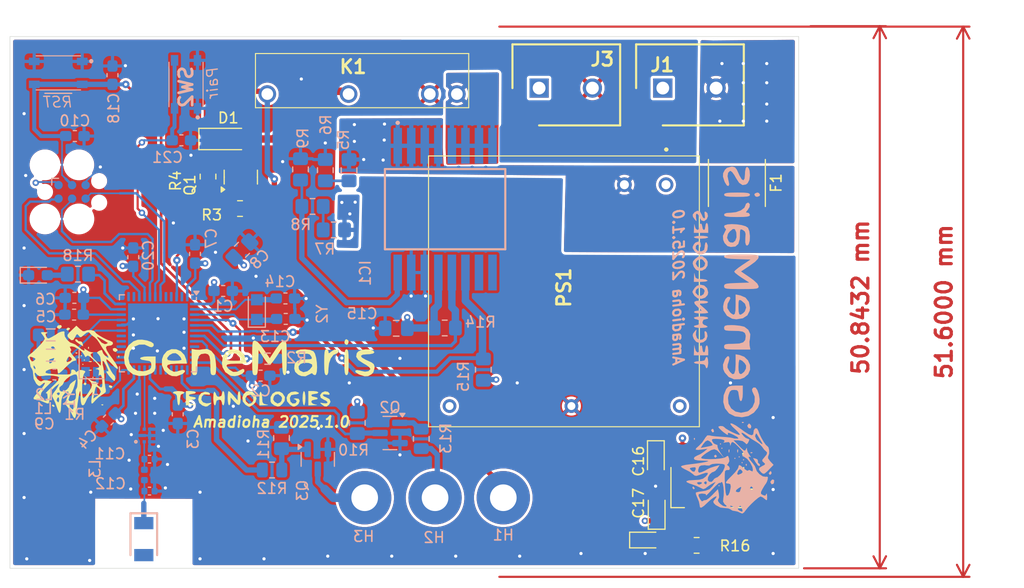
<source format=kicad_pcb>
(kicad_pcb (version 20241229) (generator "pcbnew") (generator_version "9.0")
  (title_block (title "Amadioha") (date "2025-12-11") (rev "2025.1.0") (company "GeneMaris Technologies") (comment 1 "Wall embedded Smart Switch") (comment 2 "Zigbee Node"))
  (layers (0 "F.Cu" signal) (4 "In1.Cu" signal) (6 "In2.Cu" signal) (2 "B.Cu" signal) (13 "F.Paste" user) (15 "B.Paste" user) (5 "F.SilkS" user "F.Silkscreen") (7 "B.SilkS" user "B.Silkscreen") (1 "F.Mask" user) (3 "B.Mask" user) (25 "Edge.Cuts" user))
  (net 0 "")
  (net 1 "GND")
  (net 2 "/RF")
  (net 3 "/RF_LP")
  (net 5 "/RF_ANT")
  (net 6 "+3V3")
  (net 7 "/SMPSFB")
  (net 8 "/~{RST}")
  (net 9 "Net-(U1-PC15)")
  (net 10 "Net-(U1-PC14)")
  (net 11 "+5V")
  (net 12 "/K1_C")
  (net 13 "/IC1_IP+")
  (net 14 "/AC_L")
  (net 15 "Net-(H2-Pad1)")
  (net 16 "Net-(Q3-D)")
  (net 17 "/IC1_IP-")
  (net 19 "Net-(IC1-VINP)")
  (net 20 "/IC1_SCL")
  (net 21 "/IC1_SDA")
  (net 23 "/AC_N")
  (net 24 "/SWO")
  (net 25 "/SWCLK")
  (net 26 "/SWDIO")
  (net 27 "/K1_C2")
  (net 28 "/SMPSLX")
  (net 29 "/SMPSLX2")
  (net 31 "Net-(Q1-G)")
  (net 32 "/SWITCH_PB")
  (net 33 "Net-(Q2-G)")
  (net 34 "Net-(Q3-G)")
  (net 35 "/HSE_OUT")
  (net 36 "Net-(R1-Pad1)")
  (net 37 "Net-(U1-PH3)")
  (net 38 "/LOAD_EN")
  (net 39 "Net-(R5-Pad2)")
  (net 40 "Net-(R7-Pad2)")
  (net 41 "/SWITCH_LED")
  (net 47 "/Pair")
  (net 55 "/HSE_IN")
  (net 62 "Net-(D3-A)")
  (net 64 "Net-(D2-A)")
  (net 65 "Net-(U1-PA10)")
  (footprint "Lion:Lion" (layer "F.Cu") (at 96.819495 93.78422)
    (property "Reference" "G***" (hide yes))
    (property "Value" "LOGO" (hide yes))
  )
  (footprint "Resistor_SMD:R_0805_2012Metric_Pad1.20x1.40mm_HandSolder" (layer "F.Cu") (at 141.825 106.9875 180)
    (property "Reference" "R16")
    (property "Value" "220")
  )
  (footprint "ECE05US05:ECE05US05" (layer "F.Cu") (at 138.95 73.1625 -90)
    (property "Reference" "PS1")
    (property "Value" "ECE05US05" (hide yes))
  )
  (footprint "691137710002:SHDR2W70P0X500_1X2_1000X750X1160P" (layer "F.Cu") (at 127.05 64.1)
    (property "Reference" "J3")
    (property "Value" "691137710002" (hide yes))
  )
  (footprint "LED_SMD:LED_0603_1608Metric_Pad1.05x0.95mm_HandSolder" (layer "F.Cu") (at 137.2 106.4875)
    (property "Reference" "D2" (hide yes))
    (property "Value" "Green LED")
  )
  (footprint "G6DN-1A-SL_DC5:G6DN1ASLDC5" (layer "F.Cu") (at 119.34 64.66 180)
    (property "Reference" "K1")
    (property "Value" "G6DN-1A-SL_DC5" (hide yes))
  )
  (footprint "Diode_SMD:D_SOD-123" (layer "F.Cu") (at 97.5 68.875)
    (property "Reference" "D1")
    (property "Value" "D_Schottky")
  )
  (footprint "Fuse:Fuse_2920_7451Metric" (layer "F.Cu") (at 145.6 73 -90)
    (property "Reference" "F1")
    (property "Value" "Fuse")
  )
  (footprint "Package_TO_SOT_SMD:SOT-23" (layer "F.Cu") (at 99.075 72.45 90)
    (property "Reference" "Q1")
    (property "Value" "BSS138")
  )
  (footprint "Package_TO_SOT_SMD:SOT-223-3_TabPin2" (layer "F.Cu") (at 142.825 101.5375 -90)
    (property "Reference" "U2")
    (property "Value" "NCP1117-3.3_SOT223")
  )
  (footprint "Resistor_SMD:R_0805_2012Metric_Pad1.20x1.40mm_HandSolder" (layer "F.Cu") (at 96 72.4 -90)
    (property "Reference" "R4")
    (property "Value" "10k")
  )
  (footprint "Resistor_SMD:R_0805_2012Metric" (layer "F.Cu") (at 99 75.4 180)
    (property "Reference" "R3")
    (property "Value" "1k")
  )
  (footprint "Capacitor_Tantalum_SMD:CP_EIA-2012-12_Kemet-R" (layer "F.Cu") (at 138 98.8875 -90)
    (property "Reference" "C16")
    (property "Value" "10u")
  )
  (footprint "691137710002:SHDR2W70P0X500_1X2_1000X750X1160P" (layer "F.Cu") (at 138.65 64.1)
    (property "Reference" "J1")
    (property "Value" "691137710002" (hide yes))
  )
  (footprint "Capacitor_Tantalum_SMD:CP_EIA-2012-12_Kemet-R" (layer "F.Cu") (at 138.075 103.7625 90)
    (property "Reference" "C17")
    (property "Value" "10u")
  )
  (footprint "Capacitor_SMD:C_0603_1608Metric_Pad1.08x0.95mm_HandSolder" (layer "B.Cu") (at 100.9325 91.07)
    (property "Reference" "C2")
    (property "Value" "0u1")
  )
  (footprint "Capacitor_SMD:C_0603_1608Metric_Pad1.08x0.95mm_HandSolder" (layer "B.Cu") (at 87.04 62.89 -90)
    (property "Reference" "C18")
    (property "Value" "0u1")
    (property "VALUE" "" (hide yes))
  )
  (footprint "PS815_SJK:PTS815SJK250SMTRLFS" (layer "B.Cu") (at 81.95 62.675 180)
    (property "Reference" "SW1" (hide yes))
    (property "Value" "PTS815" (hide yes))
  )
  (footprint "ACS37800KMACTR-030B3-I2C:ACS37002LMCA050U5" (layer "B.Cu") (at 118.235 75.457 -90)
    (property "Reference" "IC1")
    (property "Value" "ACS37800KMACTR-030B3-I2C" (hide yes))
  )
  (footprint "Capacitor_SMD:C_0603_1608Metric_Pad1.08x0.95mm_HandSolder" (layer "B.Cu") (at 83.44 85.35 180)
    (property "Reference" "C5")
    (property "Value" "0u1")
  )
  (footprint "Capacitor_SMD:C_0603_1608Metric_Pad1.08x0.95mm_HandSolder" (layer "B.Cu") (at 97.4225 83.13)
    (property "Reference" "C1")
    (property "Value" "0u1")
  )
  (footprint "Capacitor_SMD:C_0402_1005Metric" (layer "B.Cu") (at 90.51 98.9)
    (property "Reference" "C11")
    (property "Value" "1p2")
  )
  (footprint "Capacitor_SMD:C_0603_1608Metric_Pad1.08x0.95mm_HandSolder" (layer "B.Cu") (at 83.5125 68.6 180)
    (property "Reference" "C10")
    (property "Value" "0u1")
    (property "VALUE" "" (hide yes))
  )
  (footprint "Package_DFN_QFN:QFN-48-1EP_7x7mm_P0.5mm_EP5.6x5.6mm" (layer "B.Cu") (at 91.3 87.1 180)
    (property "Reference" "U1" (hide yes))
    (property "Value" "STM32WB55CGU6")
  )
  (footprint "Resistor_SMD:R_0603_1608Metric_Pad0.98x0.95mm_HandSolder" (layer "B.Cu") (at 85.4 92.31)
    (property "Reference" "R1")
    (property "Value" "0")
  )
  (footprint "Resistor_SMD:R_0805_2012Metric_Pad1.20x1.40mm_HandSolder" (layer "B.Cu") (at 107.8 77.4 180)
    (property "Reference" "R7")
    (property "Value" "1M")
  )
  (footprint "Capacitor_SMD:C_0805_2012Metric_Pad1.18x1.45mm_HandSolder" (layer "B.Cu") (at 99.1825 79.27 45)
    (property "Reference" "C8")
    (property "Value" "4u7")
  )
  (footprint "Capacitor_SMD:C_0402_1005Metric" (layer "B.Cu") (at 90.51 101.9)
    (property "Reference" "C12")
    (property "Value" "1p2")
  )
  (footprint "Connector:Tag-Connect_TC2030-IDC-FP_2x03_P1.27mm_Vertical" (layer "B.Cu") (at 83.25 73.835)
    (property "Reference" "J2" (hide yes))
    (property "Value" "SW_Debug")
    (property "VALUE" "" (hide yes))
  )
  (footprint "Resistor_SMD:R_0805_2012Metric_Pad1.20x1.40mm_HandSolder" (layer "B.Cu") (at 109.225 71.8 -90)
    (property "Reference" "R5")
    (property "Value" "1M")
  )
  (footprint "Resistor_SMD:R_0805_2012Metric_Pad1.20x1.40mm_HandSolder" (layer "B.Cu") (at 105.8 75.2 180)
    (property "Reference" "R8")
    (property "Value" "1M")
  )
  (footprint "Resistor_SMD:R_0805_2012Metric_Pad1.20x1.40mm_HandSolder" (layer "B.Cu") (at 121.82 90.51 -90)
    (property "Reference" "R15")
    (property "Value" "10k")
  )
  (footprint "Capacitor_SMD:C_0603_1608Metric_Pad1.08x0.95mm_HandSolder" (layer "B.Cu") (at 94.78 79.6575 90)
    (property "Reference" "C7")
    (property "Value" "0u1")
  )
  (footprint "PS815_SJK:PTS815SJK250SMTRLFS" (layer "B.Cu") (at 93.935 63.75 90)
    (property "Reference" "SW2")
    (property "Value" "PTS815" (hide yes))
  )
  (footprint "Resistor_SMD:R_0805_2012Metric_Pad1.20x1.40mm_HandSolder" (layer "B.Cu") (at 110 95.5 90)
    (property "Reference" "R10")
    (property "Value" "10k")
  )
  (footprint "LED_SMD:LED_0603_1608Metric_Pad1.05x0.95mm_HandSolder" (layer "B.Cu") (at 80.05 81.65)
    (property "Reference" "D3" (hide yes))
    (property "Value" "Blue LED")
  )
  (footprint "Resistor_SMD:R_0805_2012Metric" (layer "B.Cu") (at 116 97 90)
    (property "Reference" "R13")
    (property "Value" "1k")
  )
  (footprint "Resistor_SMD:R_0805_2012Metric_Pad1.20x1.40mm_HandSolder" (layer "B.Cu") (at 104.675 71.725 -90)
    (property "Reference" "R9")
    (property "Value" "100m")
  )
  (footprint "Capacitor_SMD:C_0603_1608Metric_Pad1.08x0.95mm_HandSolder" (layer "B.Cu") (at 93.5 69 180)
    (property "Reference" "C21")
    (property "Value" "0u1")
    (property "VALUE" "" (hide yes))
  )
  (footprint "Capacitor_SMD:C_0603_1608Metric_Pad1.08x0.95mm_HandSolder" (layer "B.Cu") (at 83.465 83.775 180)
    (property "Reference" "C6")
    (property "Value" "0u1")
  )
  (footprint "Inductor_SMD:L_0805_2012Metric_Pad1.05x1.20mm_HandSolder" (layer "B.Cu") (at 81.25 87.25)
    (property "Reference" "L1")
    (property "Value" "10n")
  )
  (footprint "Capacitor_SMD:C_0603_1608Metric" (layer "B.Cu") (at 81.5875 90.955 180)
    (property "Reference" "C9")
    (property "Value" "4u7")
  )
  (footprint "Inductor_SMD:L_0805_2012Metric_Pad1.05x1.20mm_HandSolder" (layer "B.Cu") (at 81.25 89.15 180)
    (property "Reference" "L2")
    (property "Value" "10u")
  )
  (footprint "MLPF-WB55-01E3:MLPF-WB55-01E3_STM" (layer "B.Cu") (at 90.27 96.683001)
    (property "Reference" "AE1" (hide yes))
    (property "Value" "MLPF-WB55-01E3")
  )
  (footprint "Resistor_SMD:R_0805_2012Metric_Pad1.20x1.40mm_HandSolder" (layer "B.Cu") (at 83.8 81.55)
    (property "Reference" "R18")
    (property "Value" "220")
  )
  (footprint "Capacitor_SMD:C_0603_1608Metric_Pad1.08x0.95mm_HandSolder" (layer "B.Cu") (at 103.29 85.75)
    (property "Reference" "C13")
    (property "Value" "10p")
  )
  (footprint "Capacitor_SMD:C_0603_1608Metric_Pad1.08x0.95mm_HandSolder" (layer "B.Cu") (at 86.65 95.22 -135)
    (property "Reference" "C4")
    (property "Value" "0u1")
  )
  (footprint "MountingHole:MountingHole_2.5mm_Pad" (layer "B.Cu") (at 117.2925 102.52 180)
    (property "Reference" "H2")
    (property "Value" "MountingHole_Pad")
  )
  (footprint "Resistor_SMD:R_0805_2012Metric_Pad1.20x1.40mm_HandSolder" (layer "B.Cu") (at 118.2 86.6 180)
    (property "Reference" "R14")
    (property "Value" "10k")
  )
  (footprint "Crystal:Crystal_SMD_2016-4Pin_2.0x1.6mm" (layer "B.Cu") (at 85.0625 90.01 90)
    (property "Reference" "Y1")
    (property "Value" "32MHz")
  )
  (footprint "Inductor_SMD:L_0402_1005Metric" (layer "B.Cu") (at 90.03 100.385 90)
    (property "Reference" "L3")
    (property "Value" "3n6")
  )
  (footprint "Package_TO_SOT_SMD:SOT-23" (layer "B.Cu") (at 106.2925 98.92 -90)
    (property "Reference" "Q3")
    (property "Value" "BSS138")
  )
  (footprint "Crystal:Crystal_SMD_2012-2Pin_2.0x1.2mm_HandSoldering" (layer "B.Cu") (at 100.5775 84.875 90)
    (property "Reference" "Y2")
    (property "Value" "32K768")
  )
  (footprint "Resistor_SMD:R_0805_2012Metric_Pad1.20x1.40mm_HandSolder" (layer "B.Cu") (at 107 71.8 90)
    (property "Reference" "R6")
    (property "Value" "1M")
  )
  (footprint "Resistor_SMD:R_0603_1608Metric_Pad0.98x0.95mm_HandSolder" (layer "B.Cu") (at 101.58 89.48)
    (property "Reference" "R2")
    (property "Value" "10k")
    (property "VALUE" "" (hide yes))
  )
  (footprint "Resistor_SMD:R_0805_2012Metric_Pad1.20x1.40mm_HandSolder" (layer "B.Cu") (at 102.8925 96.92 -90)
    (property "Reference" "R11")
    (property "Value" "10k")
  )
  (footprint "MountingHole:MountingHole_2.5mm_Pad" (layer "B.Cu") (at 110.6925 102.52 180)
    (property "Reference" "H3")
    (property "Value" "MountingHole_Pad")
  )
  (footprint "Capacitor_SMD:C_0805_2012Metric_Pad1.18x1.45mm_HandSolder" (layer "B.Cu") (at 113.65 86.63 180)
    (property "Reference" "C15")
    (property "Value" "0u1")
  )
  (footprint "Resistor_SMD:R_0805_2012Metric" (layer "B.Cu") (at 102.005 99.92 180)
    (property "Reference" "R12")
    (property "Value" "1k")
  )
  (footprint "MountingHole:MountingHole_2.5mm_Pad" (layer "B.Cu") (at 123.6925 102.52)
    (property "Reference" "H1")
    (property "Value" "MountingHole_Pad")
  )
  (footprint "Capacitor_SMD:C_0603_1608Metric_Pad1.08x0.95mm_HandSolder" (layer "B.Cu") (at 88.99 79.9575 90)
    (property "Reference" "C20")
    (property "Value" "0u1")
  )
  (footprint "Capacitor_SMD:C_0603_1608Metric_Pad1.08x0.95mm_HandSolder" (layer "B.Cu") (at 103.26 83.83)
    (property "Reference" "C14")
    (property "Value" "10p")
  )
  (footprint "Lion:Lion" (layer "B.Cu") (at 141.640781 86.268005 90)
    (property "Reference" "G***" (hide yes))
    (property "Value" "LOGO" (hide yes))
  )
  (footprint "AMCA31-2R450G-S1F-T3:ANTC3216X140N" (layer "B.Cu") (at 89.9775 106.401002 -90)
    (property "Reference" "AE2" (hide yes))
    (property "Value" "AMCA31-2R450G-S1F-T3" (hide yes))
  )
  (footprint "Package_TO_SOT_SMD:SOT-23" (layer "B.Cu") (at 113.0625 96.45 180)
    (property "Reference" "Q2")
    (property "Value" "BSS138")
  )
  (footprint "Capacitor_SMD:C_0603_1608Metric_Pad1.08x0.95mm_HandSolder" (layer "B.Cu") (at 93.16 94.6925 -90)
    (property "Reference" "C3")
    (property "Value" "0u1")
  )
  (gr_rect (start 77.425 59.2625) (end 151.4 109.1375) (stroke (width 0.05)) (fill no) (layer "Edge.Cuts"))
  (gr_text "${TITLE} ${REVISION}" (at 94.5 96 0) (layer "F.SilkS") (effects (font (size 1 1) (thickness 0.2) (bold yes) (italic yes)) (justify left bottom)))
  (gr_text "Pair" (at 97 62 90) (layer "B.SilkS") (effects (font (size 1 1) (thickness 0.125) (italic yes)) (justify left bottom mirror)))
  (gr_text "${TITLE} ${REVISION}" (at 139.5 90.25 270) (layer "B.SilkS") (effects (font (size 1 1) (thickness 0.2) (bold yes) (italic yes)) (justify left bottom mirror)))
  (gr_text "~{RST}" (at 83.4 66 0) (layer "B.SilkS") (effects (font (size 1 1) (thickness 0.125) (italic yes)) (justify left bottom mirror)))
  (dimension (type orthogonal) (layer "F.Cu") (pts (xy 151.4 109.1375) (xy 152 58.294312)) (height 7.6) (orientation 1) (format (prefix "") (suffix "") (units 3) (units_format 1) (precision 4)) (style (thickness 0.2) (arrow_length 1.27) (text_position_mode 0) (arrow_direction outward) (extension_height 0.58642) (extension_offset 0.5) (keep_text_aligned yes)) (gr_text "50.8432 mm" (at 157.2 83.715906 90) (layer "F.Cu") (effects (font (size 1.5 1.5) (thickness 0.3)))))
  (dimension (type orthogonal) (layer "F.Cu") (pts (xy 122.825 109.9375) (xy 122.825 58.3375)) (height 44) (orientation 1) (format (prefix "") (suffix "") (units 3) (units_format 1) (precision 4)) (style (thickness 0.2) (arrow_length 1.27) (text_position_mode 0) (arrow_direction outward) (extension_height 0.58642) (extension_offset 0.5) (keep_text_aligned yes)) (gr_text "51.6000 mm" (at 165.025 84.1375 90) (layer "F.Cu") (effects (font (size 1.5 1.5) (thickness 0.3)))))
  (via (at 149 107.75) (size 0.7) (drill 0.3) (layers "F.Cu" "B.Cu") (net 1))
  (via (at 111.5 86.6) (size 0.7) (drill 0.3) (layers "F.Cu" "B.Cu") (net 1))
  (via (at 104.75 63.25) (size 0.7) (drill 0.3) (layers "F.Cu" "B.Cu") (net 1))
  (via (at 88.8 96.6) (size 0.7) (drill 0.3) (layers "F.Cu" "B.Cu") (net 1))
  (via (at 89 85.75) (size 0.7) (drill 0.3) (layers "F.Cu" "B.Cu") (net 1))
  (via (at 114 98.5) (size 0.7) (drill 0.3) (layers "F.Cu" "B.Cu") (net 1))
  (via (at 145 91.75) (size 0.7) (drill 0.3) (layers "F.Cu" "B.Cu") (net 1))
  (via (at 130.97902 107.75) (size 0.7) (drill 0.3) (layers "F.Cu" "B.Cu") (net 1))
  (via (at 91.31 85.73) (size 0.7) (drill 0.3) (layers "F.Cu" "B.Cu") (net 1))
  (via (at 93.75 87) (size 0.7) (drill 0.3) (layers "F.Cu" "B.Cu") (net 1))
  (via (at 114 89.45) (size 0.7) (drill 0.3) (layers "F.Cu" "B.Cu") (net 1))
  (via (at 92 101.6) (size 0.7) (drill 0.3) (layers "F.Cu" "B.Cu") (net 1))
  (via (at 92.75 76.75) (size 0.7) (drill 0.3) (layers "F.Cu" "B.Cu") (net 1))
  (via (at 85 102) (size 0.7) (drill 0.3) (layers "F.Cu" "B.Cu") (net 1))
  (via (at 103.5 90.75) (size 0.7) (drill 0.3) (layers "F.Cu" "B.Cu") (net 1))
  (via (at 119.22902 108) (size 0.7) (drill 0.3) (layers "F.Cu" "B.Cu") (net 1))
  (via (at 89 87.25) (size 0.7) (drill 0.3) (layers "F.Cu" "B.Cu") (net 1))
  (via (at 93.75 88.5) (size 0.7) (drill 0.3) (layers "F.Cu" "B.Cu") (net 1))
  (via (at 105.2 83.84) (size 0.7) (drill 0.3) (layers "F.Cu" "B.Cu") (net 1))
  (via (at 99.75 97.2) (size 0.7) (drill 0.3) (layers "F.Cu" "B.Cu") (net 1))
  (via (at 103 71) (size 0.7) (drill 0.3) (layers "F.Cu" "B.Cu") (net 1))
  (via (at 109.25 91.75) (size 0.7) (drill 0.3) (layers "F.Cu" "B.Cu") (net 1))
  (via (at 91.25 88.75) (size 0.7) (drill 0.3) (layers "F.Cu" "B.Cu") (net 1))
  (via (at 137.975 101.4375) (size 0.7) (drill 0.3) (layers "F.Cu" "B.Cu") (net 1))
  (via (at 89 88.5) (size 0.7) (drill 0.3) (layers "F.Cu" "B.Cu") (net 1))
  (via (at 115.05 83.6) (size 0.7) (drill 0.3) (layers "F.Cu" "B.Cu") (net 1))
  (via (at 78.9 72.3) (size 0.7) (drill 0.3) (layers "F.Cu" "B.Cu") (net 1))
  (via (at 125.22902 108) (size 0.7) (drill 0.3) (layers "F.Cu" "B.Cu") (net 1))
  (via (at 137 107.75) (size 0.7) (drill 0.3) (layers "F.Cu" "B.Cu") (net 1))
  (via (at 98.37 93.94) (size 0.7) (drill 0.3) (layers "F.Cu" "B.Cu") (net 1))
  (via (at 91 94.6) (size 0.7) (drill 0.3) (layers "F.Cu" "B.Cu") (net 1))
  (via (at 91.35 97.7) (size 0.7) (drill 0.3) (layers "F.Cu" "B.Cu") (net 1))
  (via (at 100.25 87.55) (size 0.7) (drill 0.3) (layers "F.Cu" "B.Cu") (net 1))
  (via (at 106.35 96.01) (size 0.7) (drill 0.3) (layers "F.Cu" "B.Cu") (net 1))
  (via (at 113.22902 108) (size 0.7) (drill 0.3) (layers "F.Cu" "B.Cu") (net 1))
  (via (at 94.4 70.4) (size 0.7) (drill 0.3) (layers "F.Cu" "B.Cu") (net 1))
  (via (at 95.25 108.25) (size 0.7) (drill 0.3) (layers "F.Cu" "B.Cu") (net 1))
  (via (at 149 101.75) (size 0.7) (drill 0.3) (layers "F.Cu" "B.Cu") (net 1))
  (via (at 105.29 85.86) (size 0.7) (drill 0.3) (layers "F.Cu" "B.Cu") (net 1))
  (via (at 78.75 96.5) (size 0.7) (drill 0.3) (layers "F.Cu" "B.Cu") (net 1))
  (via (at 149 95) (size 0.7) (drill 0.3) (layers "F.Cu" "B.Cu") (net 1))
  (via (at 116.4 83.6) (size 0.7) (drill 0.3) (layers "F.Cu" "B.Cu") (net 1))
  (via (at 78.75 79.1) (size 0.7) (drill 0.3) (layers "F.Cu" "B.Cu") (net 1))
  (via (at 92.2 99.4) (size 0.7) (drill 0.3) (layers "F.Cu" "B.Cu") (net 1))
  (via (at 101.25 108.25) (size 0.7) (drill 0.3) (layers "F.Cu" "B.Cu") (net 1))
  (via (at 84.9 108.4) (size 0.7) (drill 0.3) (layers "F.Cu" "B.Cu") (net 1))
  (via (at 93.75 85.75) (size 0.7) (drill 0.3) (layers "F.Cu" "B.Cu") (net 1))
  (via (at 91 93.2) (size 0.7) (drill 0.3) (layers "F.Cu" "B.Cu") (net 1))
  (via (at 125 91.75) (size 0.7) (drill 0.3) (layers "F.Cu" "B.Cu") (net 1))
  (via (at 78.75 84.5) (size 0.7) (drill 0.3) (layers "F.Cu" "B.Cu") (net 1))
  (via (at 107.22902 108) (size 0.7) (drill 0.3) (layers "F.Cu" "B.Cu") (net 1))
  (via (at 96.7 79.5) (size 0.7) (drill 0.3) (layers "F.Cu" "B.Cu") (net 1))
  (via (at 78.75 90.5) (size 0.7) (drill 0.3) (layers "F.Cu" "B.Cu") (net 1))
  (via (at 85.9 71.5) (size 0.7) (drill 0.3) (layers "F.Cu" "B.Cu") (net 1))
  (via (at 78.75 66.5) (size 0.7) (drill 0.3) (layers "F.Cu" "B.Cu") (net 1))
  (via (at 88.75 101.7) (size 0.7) (drill 0.3) (layers "F.Cu" "B.Cu") (net 1))
  (via (at 78.75 102.5) (size 0.7) (drill 0.3) (layers "F.Cu" "B.Cu") (net 1))
  (via (at 95.25 102) (size 0.7) (drill 0.3) (layers "F.Cu" "B.Cu") (net 1))
  (via (at 79 108.25) (size 0.7) (drill 0.3) (layers "F.Cu" "B.Cu") (net 1))
  (via (at 88.25 62) (size 0.7) (drill 0.3) (layers "F.Cu" "B.Cu") (net 1))
  (via (at 88 79.1) (size 0.7) (drill 0.3) (layers "F.Cu" "B.Cu") (net 1))
  (via (at 107 69.25) (size 0.7) (drill 0.3) (layers "F.Cu" "B.Cu") (net 1))
  (via (at 100.5 81.75) (size 0.7) (drill 0.3) (layers "F.Cu" "B.Cu") (net 1))
  (via (at 91.8 96.2) (size 0.7) (drill 0.3) (layers "F.Cu" "B.Cu") (net 1))
  (via (at 89.36 92.8) (size 0.7) (drill 0.3) (layers "F.Cu" "B.Cu") (net 1))
  (via (at 89.2 94.6) (size 0.7) (drill 0.3) (layers "F.Cu" "B.Cu") (net 1))
  (via (at 88.6 99) (size 0.7) (drill 0.3) (layers "F.Cu" "B.Cu") (net 1))
  (segment (start 89.36 91.646597) (end 89.55 91.456597) (width 0.22) (layer "B.Cu") (net 1))
  (segment (start 91.35 97.7) (end 91.3 97.75) (width 0.22) (layer "B.Cu") (net 1))
  (segment (start 88.611 85.75) (end 88.611 86.06894) (width 0.22) (layer "B.Cu") (net 1))
  (segment (start 91.3 97.75) (end 90.65 97.75) (width 0.22) (layer "B.Cu") (net 1))
  (segment (start 90.52 97.62) (end 90.52 97.27) (width 0.22) (layer "B.Cu") (net 1))
  (segment (start 87.9265 86.286) (end 87.8625 86.35) (width 0.22) (layer "B.Cu") (net 1))
  (segment (start 90.52 96.683001) (end 90.52 96.096002) (width 0.22) (layer "B.Cu") (net 1))
  (segment (start 84.52 73.2) (end 84.52 72.88) (width 0.17) (layer "B.Cu") (net 1))
  (segment (start 84.52 72.88) (end 85.9 71.5) (width 0.17) (layer "B.Cu") (net 1))
  (segment (start 88.39394 86.286) (end 87.9265 86.286) (width 0.22) (layer "B.Cu") (net 1))
  (segment (start 89.36 92.8) (end 89.36 91.646597) (width 0.22) (layer "B.Cu") (net 1))
  (segment (start 90.65 97.75) (end 90.52 97.62) (width 0.22) (layer "B.Cu") (net 1))
  (segment (start 90.52 96.683001) (end 90.02 96.683001) (width 0.22) (layer "B.Cu") (net 1))
  (segment (start 89.55 91.456597) (end 89.55 90.5375) (width 0.22) (layer "B.Cu") (net 1))
  (segment (start 88.611 86.06894) (end 88.39394 86.286) (width 0.22) (layer "B.Cu") (net 1))
  (segment (start 90.52 96.683001) (end 90.52 97.27) (width 0.22) (layer "B.Cu") (net 1))
  (segment (start 89 85.75) (end 88.611 85.75) (width 0.22) (layer "B.Cu") (net 1))
  (segment (start 90.05 90.5375) (end 90.05 96.066002) (width 0.156) (layer "B.Cu") (net 2))
  (segment (start 90.05 96.066002) (end 90.02 96.096002) (width 0.186) (layer "B.Cu") (net 2))
  (segment (start 90.02 97.27) (end 90.02 98.89) (width 0.1565) (layer "B.Cu") (net 3))
  (segment (start 90.03 98.9) (end 90.03 99.9) (width 0.1565) (layer "B.Cu") (net 3))
  (segment (start 90.02 98.89) (end 90.03 98.9) (width 0.186) (layer "B.Cu") (net 3))
  (segment (start 89.9775 104.901002) (end 89.9775 103.0425) (width 0.5) (layer "B.Cu") (net 5))
  (segment (start 90.03 100.87) (end 90.03 101.9) (width 0.1565) (layer "B.Cu") (net 5))
  (segment (start 90.03 102.99) (end 90.03 101.9) (width 0.1565) (layer "B.Cu") (net 5))
  (segment (start 136.975 104.6875) (end 142.825 104.6875) (width 0.5) (layer "F.Cu") (net 6))
  (segment (start 142.825 98.3875) (end 142.825 104.6875) (width 0.5) (layer "F.Cu") (net 6))
  (segment (start 142.825 104.6875) (end 142.825 106.9875) (width 0.5) (layer "F.Cu") (net 6))
  (via (at 136.975 104.6875) (size 0.6) (drill 0.3) (layers "F.Cu" "B.Cu") (net 6))
  (via (at 96.57 82.31) (size 0.6) (drill 0.3) (layers "F.Cu" "B.Cu") (net 6))
  (via (at 87.86 95.14) (size 0.6) (drill 0.3) (layers "F.Cu" "B.Cu") (net 6))
  (via (at 95.73 80.54) (size 0.6) (drill 0.3) (layers "F.Cu" "B.Cu") (net 6))
  (via (at 99.36 80.72) (size 0.6) (drill 0.3) (layers "F.Cu" "B.Cu") (net 6))
  (via (at 123.02 91.44) (size 0.6) (drill 0.3) (layers "F.Cu" "B.Cu") (net 6))
  (via (at 84.31 83) (size 0.6) (drill 0.3) (layers "F.Cu" "B.Cu") (net 6))
  (via (at 114.6875 85.6) (size 0.6) (drill 0.3) (layers "F.Cu" "B.Cu") (net 6))
  (via (at 94.31 93.86) (size 0.6) (drill 0.3) (layers "F.Cu" "B.Cu") (net 6))
  (via (at 100.12 92) (size 0.6) (drill 0.3) (layers "F.Cu" "B.Cu") (net 6))
  (via (at 110 93.5) (size 0.6) (drill 0.3) (layers "F.Cu" "B.Cu") (net 6))
  (via (at 79.84 72.98) (size 0.6) (drill 0.3) (layers "F.Cu" "B.Cu") (net 6))
  (via (at 88 80.79) (size 0.6) (drill 0.3) (layers "F.Cu" "B.Cu") (net 6))
  (segment (start 86.9 84.85) (end 85.825 83.775) (width 0.22) (layer "B.Cu") (net 6))
  (segment (start 79.91 72.91) (end 81.69 72.91) (width 0.17) (layer "B.Cu") (net 6))
  (segment (start 95.89 88.52) (end 97.7 90.33) (width 0.22) (layer "B.Cu") (net 6))
  (segment (start 117.2 86.6) (end 114.8 86.6) (width 0.7) (layer "B.Cu") (net 6))
  (segment (start 84.3275 85.325) (end 84.3025 85.35) (width 0.5) (layer "B.Cu") (net 6))
  (segment (start 87.8625 85.35) (end 84.3025 85.35) (width 0.22) (layer "B.Cu") (net 6))
  (segment (start 98.643623 80.003623) (end 98.448877 80.003623) (width 0.5) (layer "B.Cu") (net 6))
  (segment (start 88.06 92.329) (end 89.049 91.34) (width 0.25) (layer "B.Cu") (net 6))
  (segment (start 110 93.5) (end 110 94.5) (width 0.5) (layer "B.Cu") (net 6))
  (segment (start 87.86 95.14) (end 87.33012 94.61012) (width 0.5) (layer "B.Cu") (net 6))
  (segment (start 91.5 92.32) (end 90.55 91.37) (width 0.25) (layer "B.Cu") (net 6))
  (segment (start 89.05 91.34) (end 89.05 90.5375) (width 0.25) (layer "B.Cu") (net 6))
  (segment (start 96.31 84.35) (end 96.56 84.1) (width 0.25) (layer "B.Cu") (net 6))
  (segment (start 87.8625 84.85) (end 86.9 84.85) (width 0.22) (layer "B.Cu") (net 6))
  (segment (start 88.99 81.74) (end 88.99 80.82) (width 0.22) (layer "B.Cu") (net 6))
  (segment (start 87.32988 94.61012) (end 88.06 93.88) (width 0.25) (layer "B.Cu") (net 6))
  (segment (start 121.89 91.44) (end 121.82 91.51) (width 0.5) (layer "B.Cu") (net 6))
  (segment (start 81.69 72.91) (end 81.98 73.2) (width 0.17) (layer "B.Cu") (net 6))
  (segment (start 94.28 93.83) (end 93.16 93.83) (width 0.5) (layer "B.Cu") (net 6))
  (segment (start 94.05 83.6625) (end 94.05 82.68) (width 0.22) (layer "B.Cu") (net 6))
  (segment (start 94.8 81.88) (end 94.8 80.54) (width 0.22) (layer "B.Cu") (net 6))
  (segment (start 96.56 84.1) (end 96.56 83.13) (width 0.25) (layer "B.Cu") (net 6))
  (segment (start 123.02 91.44) (end 121.89 91.44) (width 0.5) (layer "B.Cu") (net 6))
  (segment (start 84.31 83) (end 84.31 83.7575) (width 0.5) (layer "B.Cu") (net 6))
  (segment (start 79.84 72.98) (end 79.91 72.91) (width 0.17) (layer "B.Cu") (net 6))
  (segment (start 84.31 83.7575) (end 84.3275 83.775) (width 0.5) (layer "B.Cu") (net 6))
  (segment (start 87.33012 94.61012) (end 87.25988 94.61012) (width 0.25) (layer "B.Cu") (net 6))
  (segment (start 93.16 92.88) (end 93.16 93.83) (width 0.5) (layer "B.Cu") (net 6))
  (segment (start 96.57 82.31) (end 96.57 83.12) (width 0.5) (layer "B.Cu") (net 6))
  (segment (start 94.31 93.86) (end 94.28 93.83) (width 0.5) (layer "B.Cu") (net 6))
  (segment (start 88.06 93.88) (end 88.06 92.329) (width 0.25) (layer "B.Cu") (net 6))
  (segment (start 97.7 90.33) (end 98.57 90.33) (width 0.22) (layer "B.Cu") (net 6))
  (segment (start 95.45 87.85) (end 95.89 88.29) (width 0.22) (layer "B.Cu") (net 6))
  (segment (start 88 80.79) (end 88.96 80.79) (width 0.5) (layer "B.Cu") (net 6))
  (segment (start 94.7375 84.35) (end 96.31 84.35) (width 0.25) (layer "B.Cu") (net 6))
  (segment (start 100.12 92) (end 100.12 91.12) (width 0.5) (layer "B.Cu") (net 6))
  (segment (start 117.6 81.4) (end 117.6 84.45) (width 0.7) (layer "B.Cu") (net 6))
  (segment (start 87.25988 94.61012) (end 87.32988 94.61012) (width 0.25) (layer "B.Cu") (net 6))
  (segment (start 99.36 80.72) (end 98.643623 80.003623) (width 0.5) (layer "B.Cu") (net 6))
  (segment (start 92.04 92.32) (end 91.5 92.32) (width 0.25) (layer "B.Cu") (net 6))
  (segment (start 96.57 83.12) (end 96.56 83.13) (width 0.5) (layer "B.Cu") (net 6))
  (segment (start 84.3275 83.775) (end 84.3275 85.325) (width 0.5) (layer "B.Cu") (net 6))
  (segment (start 94.05 82.68) (end 94.68 82.05) (width 0.22) (layer "B.Cu") (net 6))
  (segment (start 95.73 80.54) (end 94.8 80.54) (width 0.5) (layer "B.Cu") (net 6))
  (segment (start 98.57 90.33) (end 99.31 91.07) (width 0.22) (layer "B.Cu") (net 6))
  (segment (start 99.31 91.07) (end 100.07 91.07) (width 0.22) (layer "B.Cu") (net 6))
  (segment (start 89.049 91.34) (end 89.05 91.34) (width 0.25) (layer "B.Cu") (net 6))
  (segment (start 95.89 88.29) (end 95.89 88.52) (width 0.22) (layer "B.Cu") (net 6))
  (segment (start 100.12 91.12) (end 100.07 91.07) (width 0.5) (layer "B.Cu") (net 6))
  (segment (start 92.6 92.32) (end 93.16 92.88) (width 0.5) (layer "B.Cu") (net 6))
  (segment (start 90.05 83.6625) (end 90.05 82.8) (width 0.22) (layer "B.Cu") (net 6))
  (segment (start 85.825 83.775) (end 84.3275 83.775) (width 0.22) (layer "B.Cu") (net 6))
  (segment (start 90.55 91.37) (end 90.55 90.5375) (width 0.25) (layer "B.Cu") (net 6))
  (segment (start 94.8 80.54) (end 94.78 80.52) (width 0.22) (layer "B.Cu") (net 6))
  (segment (start 94.68 82.05) (end 94.8 81.93) (width 0.22) (layer "B.Cu") (net 6))
  (segment (start 90.05 82.8) (end 88.99 81.74) (width 0.22) (layer "B.Cu") (net 6))
  (segment (start 92.04 92.32) (end 92.6 92.32) (width 0.5) (layer "B.Cu") (net 6))
  (segment (start 114.6875 85.6) (end 114.6875 86.63) (width 0.5) (layer "B.Cu") (net 6))
  (segment (start 94.7375 87.85) (end 95.45 87.85) (width 0.22) (layer "B.Cu") (net 6))
  (segment (start 88.96 80.79) (end 88.99 80.82) (width 0.5) (layer "B.Cu") (net 6))
  (segment (start 117.2 84.85) (end 117.2 86.6) (width 0.7) (layer "B.Cu") (net 6))
  (segment (start 94.8 81.93) (end 94.8 81.88) (width 0.22) (layer "B.Cu") (net 6))
  (segment (start 117.6 84.45) (end 117.2 84.85) (width 0.7) (layer "B.Cu") (net 6))
  (segment (start 82.4 89.15) (end 82.4 90.9175) (width 0.186) (layer "B.Cu") (net 7))
  (segment (start 83.15 89.15) (end 82.4 89.15) (width 0.186) (layer "B.Cu") (net 7))
  (segment (start 87.8625 86.85) (end 85.45 86.85) (width 0.186) (layer "B.Cu") (net 7))
  (segment (start 82.4 90.9175) (end 82.3625 90.955) (width 0.186) (layer "B.Cu") (net 7))
  (segment (start 85.45 86.85) (end 83.15 89.15) (width 0.186) (layer "B.Cu") (net 7))
  (segment (start 97.9 89) (end 98.15 88.75) (width 0.25) (layer "F.Cu") (net 8))
  (segment (start 97.8 89) (end 97.9 89) (width 0.25) (layer "F.Cu") (net 8))
  (segment (start 98.15 88.75) (end 98.15 87.1) (width 0.25) (layer "F.Cu") (net 8))
  (segment (start 98.15 87.1) (end 91.6 80.55) (width 0.25) (layer "F.Cu") (net 8))
  (segment (start 91.6 80.55) (end 91.6 67.07) (width 0.25) (layer "F.Cu") (net 8))
  (segment (start 91.6 67.07) (end 88.2825 63.7525) (width 0.25) (layer "F.Cu") (net 8))
  (via (at 97.8 89) (size 0.65) (drill 0.25) (layers "F.Cu" "B.Cu") (net 8))
  (via (at 88.2825 63.7525) (size 0.7) (drill 0.3) (layers "F.Cu" "B.Cu") (net 8))
  (segment (start 84.2 63.75) (end 79.7 63.75) (width 0.5) (layer "B.Cu") (net 8))
  (segment (start 79.7 67.95) (end 79.7 63.75) (width 0.373) (layer "B.Cu") (net 8))
  (segment (start 82.65 68.6) (end 80.35 68.6) (width 0.373) (layer "B.Cu") (net 8))
  (segment (start 87.04 63.7525) (end 84.2025 63.7525) (width 0.5) (layer "B.Cu") (net 8))
  (segment (start 82.65 72.6) (end 82.31 72.26) (width 0.15) (layer "B.Cu") (net 8))
  (segment (start 82.31 72.26) (end 82.31 68.94) (width 0.15) (layer "B.Cu") (net 8))
  (segment (start 82.31 68.94) (end 82.65 68.6) (width 0.15) (layer "B.Cu") (net 8))
  (segment (start 84.2025 63.7525) (end 84.2 63.75) (width 0.25) (layer "B.Cu") (net 8))
  (segment (start 79.75 68) (end 79.7 67.95) (width 0.373) (layer "B.Cu") (net 8))
  (segment (start 87.04 63.7525) (end 88.2825 63.7525) (width 0.373) (layer "B.Cu") (net 8))
  (segment (start 97.3 89) (end 95.65 87.35) (width 0.25) (layer "B.Cu") (net 8))
  (segment (start 83.25 73.2) (end 82.65 72.6) (width 0.25) (layer "B.Cu") (net 8))
  (segment (start 95.65 87.35) (end 94.7375 87.35) (width 0.25) (layer "B.Cu") (net 8))
  (segment (start 97.8 89) (end 97.3 89) (width 0.25) (layer "B.Cu") (net 8))
  (segment (start 80.35 68.6) (end 79.75 68) (width 0.373) (layer "B.Cu") (net 8))
  (segment (start 98.87 85.8) (end 98.42 85.35) (width 0.186) (layer "B.Cu") (net 9))
  (segment (start 100.6475 85.87) (end 100.5775 85.8) (width 0.186) (layer "B.Cu") (net 9))
  (segment (start 102.4275 85.87) (end 100.6475 85.87) (width 0.5) (layer "B.Cu") (net 9))
  (segment (start 100.5775 85.8) (end 98.87 85.8) (width 0.186) (layer "B.Cu") (net 9))
  (segment (start 98.42 85.35) (end 94.7375 85.35) (width 0.186) (layer "B.Cu") (net 9))
  (segment (start 98.59 84.85) (end 99.49 83.95) (width 0.186) (layer "B.Cu") (net 10))
  (segment (start 99.49 83.95) (end 100.5775 83.95) (width 0.186) (layer "B.Cu") (net 10))
  (segment (start 102.2775 83.95) (end 102.3975 83.83) (width 0.186) (layer "B.Cu") (net 10))
  (segment (start 94.7375 84.85) (end 98.59 84.85) (width 0.186) (layer "B.Cu") (net 10))
  (segment (start 100.5775 83.95) (end 102.2775 83.95) (width 0.5) (layer "B.Cu") (net 10))
  (segment (start 140.525 98.3875) (end 138.3875 98.3875) (width 0.373) (layer "F.Cu") (net 11))
  (segment (start 123.6925 101.4925) (end 106.041 83.841) (width 0.5) (layer "F.Cu") (net 11))
  (segment (start 106.041 83.841) (end 106.041 83.508214) (width 0.5) (layer "F.Cu") (net 11))
  (segment (start 106.041 83.508214) (end 105.571786 83.039) (width 0.5) (layer "F.Cu") (net 11))
  (segment (start 102.22 80.02) (end 102.22 72.63) (width 0.5) (layer "F.Cu") (net 11))
  (segment (start 140.495 98.3575) (end 140.525 98.3875) (width 0.373) (layer "F.Cu") (net 11))
  (segment (start 105.239 83.039) (end 102.22 80.02) (width 0.5) (layer "F.Cu") (net 11))
  (segment (start 95.85 66.19) (end 97.64 64.4) (width 0.5) (layer "F.Cu") (net 11))
  (segment (start 140.495 96.9375) (end 140.495 98.3575) (width 0.373) (layer "F.Cu") (net 11))
  (segment (start 105.571786 83.039) (end 105.239 83.039) (width 0.5) (layer "F.Cu") (net 11))
  (segment (start 95.85 68.875) (end 95.85 66.19) (width 0.5) (layer "F.Cu") (net 11))
  (segment (start 123.6925 102.52) (end 123.6925 101.4925) (width 0.5) (layer "F.Cu") (net 11))
  (segment (start 97.64 64.4) (end 101.56 64.4) (width 0.5) (layer "F.Cu") (net 11))
  (segment (start 138.3875 98.3875) (end 138 98) (width 0.373) (layer "F.Cu") (net 11))
  (via (at 102.22 72.63) (size 0.7) (drill 0.3) (layers "F.Cu" "B.Cu") (net 11))
  (via (at 140.495 96.9375) (size 0.7) (drill 0.3) (layers "F.Cu" "B.Cu") (net 11))
  (segment (start 101.56 71.97) (end 101.56 64.4) (width 0.5) (layer "B.Cu") (net 11))
  (segment (start 102.22 72.63) (end 101.56 71.97) (width 0.5) (layer "B.Cu") (net 11))
  (segment (start 99.15 71.4375) (end 99.15 68.875) (width 0.25) (layer "F.Cu") (net 12))
  (segment (start 102.125 68.875) (end 106.6 64.4) (width 0.7) (layer "F.Cu") (net 12))
  (segment (start 99.15 68.875) (end 102.125 68.875) (width 0.7) (layer "F.Cu") (net 12))
  (segment (start 106.6 64.4) (end 109.18 64.4) (width 0.7) (layer "F.Cu") (net 12))
  (segment (start 99.075 71.5125) (end 99.15 71.4375) (width 0.25) (layer "F.Cu") (net 12))
  (via (at 112.525 68.975) (size 0.7) (drill 0.3) (layers "F.Cu" "B.Cu") (net 13))
  (via (at 109.725 67.525) (size 0.7) (drill 0.3) (layers "F.Cu" "B.Cu") (net 13))
  (via (at 109.725 69.1) (size 0.7) (drill 0.3) (layers "F.Cu" "B.Cu") (net 13))
  (via (at 112.55 67.475) (size 0.7) (drill 0.3) (layers "F.Cu" "B.Cu") (net 13))
  (via (at 112.425 70.85) (size 0.7) (drill 0.3) (layers "F.Cu" "B.Cu") (net 13))
  (via (at 110.6 70.8) (size 0.7) (drill 0.3) (layers "F.Cu" "B.Cu") (net 13))
  (via (at 146.2 65.6) (size 0.7) (drill 0.3) (layers "F.Cu" "B.Cu") (net 14))
  (via (at 146.2 67.2) (size 0.7) (drill 0.3) (layers "F.Cu" "B.Cu") (net 14))
  (via (at 146.2 63.6) (size 0.7) (drill 0.3) (layers "F.Cu" "B.Cu") (net 14))
  (via (at 148.4 67.2) (size 0.7) (drill 0.3) (layers "F.Cu" "B.Cu") (net 14))
  (via (at 144.2 61.8) (size 0.7) (drill 0.3) (layers "F.Cu" "B.Cu") (net 14))
  (via (at 146.2 61.8) (size 0.7) (drill 0.3) (layers "F.Cu" "B.Cu") (net 14))
  (via (at 148.4 63.6) (size 0.7) (drill 0.3) (layers "F.Cu" "B.Cu") (net 14))
  (via (at 148.4 61.8) (size 0.7) (drill 0.3) (layers "F.Cu" "B.Cu") (net 14))
  (via (at 144 67.2) (size 0.7) (drill 0.3) (layers "F.Cu" "B.Cu") (net 14))
  (via (at 148.4 65.6) (size 0.7) (drill 0.3) (layers "F.Cu" "B.Cu") (net 14))
  (segment (start 117.5 98.5) (end 117.5 102.3125) (width 0.5) (layer "B.Cu") (net 15))
  (segment (start 117.5 102.3125) (end 117.2925 102.52) (width 0.5) (layer "B.Cu") (net 15))
  (segment (start 116.85 102.0775) (end 117.2925 102.52) (width 0.8) (layer "B.Cu") (net 15))
  (segment (start 116.9125 97.9125) (end 117.5 98.5) (width 0.5) (layer "B.Cu") (net 15))
  (segment (start 116 97.9125) (end 116.9125 97.9125) (width 0.5) (layer "B.Cu") (net 15))
  (segment (start 107.76 102.52) (end 110.6925 102.52) (width 0.8) (layer "B.Cu") (net 16))
  (segment (start 106.94 101.7) (end 106.93 101.7) (width 0.7) (layer "B.Cu") (net 16))
  (segment (start 106.2925 101.0625) (end 106.93 101.7) (width 0.5) (layer "B.Cu") (net 16))
  (segment (start 106.2925 99.8575) (end 106.2925 101.0625) (width 0.5) (layer "B.Cu") (net 16))
  (segment (start 107.76 102.52) (end 106.94 101.7) (width 0.8) (layer "B.Cu") (net 16))
  (segment (start 108.98 84.22) (end 104.8 80.04) (width 0.5) (layer "B.Cu") (net 19))
  (segment (start 104.8 72.85) (end 104.675 72.725) (width 0.25) (layer "B.Cu") (net 19))
  (segment (start 112.99 84.22) (end 108.98 84.22) (width 0.5) (layer "B.Cu") (net 19))
  (segment (start 104.8 75.2) (end 104.8 72.85) (width 0.25) (layer "B.Cu") (net 19))
  (segment (start 104.8 80.04) (end 104.8 75.2) (width 0.5) (layer "B.Cu") (net 19))
  (segment (start 113.75 81.44) (end 113.75 83.46) (width 0.5) (layer "B.Cu") (net 19))
  (segment (start 113.79 81.4) (end 113.75 81.44) (width 0.5) (layer "B.Cu") (net 19))
  (segment (start 113.75 83.46) (end 112.99 84.22) (width 0.5) (layer "B.Cu") (net 19))
  (segment (start 106.13 87) (end 108.55 89.42) (width 0.373) (layer "F.Cu") (net 20))
  (segment (start 103.97 87) (end 106.13 87) (width 0.373) (layer "F.Cu") (net 20))
  (via (at 103.97 87) (size 0.7) (drill 0.3) (layers "F.Cu" "B.Cu") (net 20))
  (via (at 108.55 89.42) (size 0.7) (drill 0.3) (layers "F.Cu" "B.Cu") (net 20))
  (segment (start 117.45 90.7) (end 109.83 90.7) (width 0.373) (layer "B.Cu") (net 20))
  (segment (start 100.565498 86.930702) (end 100.523796 86.889) (width 0.22) (layer "B.Cu") (net 20))
  (segment (start 120.14 84.05) (end 121.74 85.65) (width 0.7) (layer "B.Cu") (net 20))
  (segment (start 96.960702 86.930702) (end 96.38 86.35) (width 0.22) (layer "B.Cu") (net 20))
  (segment (start 120.14 81.4) (end 120.14 84.05) (width 0.7) (layer "B.Cu") (net 20))
  (segment (start 103.900702 86.930702) (end 100.565498 86.930702) (width 0.22) (layer "B.Cu") (net 20))
  (segment (start 121.74 88.05) (end 121.74 89.43) (width 0.7) (layer "B.Cu") (net 20))
  (segment (start 121.74 89.43) (end 118.72 89.43) (width 0.373) (layer "B.Cu") (net 20))
  (segment (start 121.74 89.43) (end 121.82 89.51) (width 0.373) (layer "B.Cu") (net 20))
  (segment (start 99.976204 86.889) (end 99.934502 86.930702) (width 0.22) (layer "B.Cu") (net 20))
  (segment (start 109.83 90.7) (end 108.55 89.42) (width 0.373) (layer "B.Cu") (net 20))
  (segment (start 118.72 89.43) (end 117.45 90.7) (width 0.373) (layer "B.Cu") (net 20))
  (segment (start 99.934502 86.930702) (end 96.960702 86.930702) (width 0.22) (layer "B.Cu") (net 20))
  (segment (start 96.38 86.35) (end 94.7375 86.35) (width 0.22) (layer "B.Cu") (net 20))
  (segment (start 121.74 85.65) (end 121.74 88.05) (width 0.7) (layer "B.Cu") (net 20))
  (segment (start 100.523796 86.889) (end 99.976204 86.889) (width 0.22) (layer "B.Cu") (net 20))
  (segment (start 103.97 87) (end 103.900702 86.930702) (width 0.22) (layer "B.Cu") (net 20))
  (segment (start 119.2 84.98) (end 119.2 86.6) (width 0.7) (layer "B.Cu") (net 21))
  (segment (start 118.87 81.4) (end 118.87 84.65) (width 0.7) (layer "B.Cu") (net 21))
  (segment (start 119.2 86.6) (end 119.2 87.85) (width 0.3) (layer "B.Cu") (net 21))
  (segment (start 118.8 88.25) (end 100.5 88.25) (width 0.3) (layer "B.Cu") (net 21))
  (segment (start 96.06 86.85) (end 94.7375 86.85) (width 0.22) (layer "B.Cu") (net 21))
  (segment (start 118.87 84.65) (end 119.2 84.98) (width 0.7) (layer "B.Cu") (net 21))
  (segment (start 97.46 88.25) (end 96.06 86.85) (width 0.22) (layer "B.Cu") (net 21))
  (segment (start 119.2 87.85) (end 118.8 88.25) (width 0.3) (layer "B.Cu") (net 21))
  (segment (start 100.5 88.25) (end 97.46 88.25) (width 0.22) (layer "B.Cu") (net 21))
  (via (at 109.8 74.8) (size 0.7) (drill 0.3) (layers "F.Cu" "B.Cu") (net 23))
  (via (at 108.55 74.825) (size 0.7) (drill 0.3) (layers "F.Cu" "B.Cu") (net 23))
  (via (at 109.3 75.9) (size 0.7) (drill 0.3) (layers "F.Cu" "B.Cu") (net 23))
  (segment (start 91.54 83.18506) (end 91.55 83.19506) (width 0.22) (layer "B.Cu") (net 24))
  (segment (start 91.54 82.58) (end 91.54 83.18506) (width 0.22) (layer "B.Cu") (net 24))
  (segment (start 91.891 79.556915) (end 91.891 82.229) (width 0.22) (layer "B.Cu") (net 24))
  (segment (start 91.55 83.19506) (end 91.55 83.6625) (width 0.22) (layer "B.Cu") (net 24))
  (segment (start 89.27 73.97) (end 91.89 76.59) (width 0.22) (layer "B.Cu") (net 24))
  (segment (start 85.02 73.97) (end 87.74 73.97) (width 0.15) (layer "B.Cu") (net 24))
  (segment (start 91.891 82.229) (end 91.54 82.58) (width 0.22) (layer "B.Cu") (net 24))
  (segment (start 84.52 74.47) (end 85.02 73.97) (width 0.15) (layer "B.Cu") (net 24))
  (segment (start 91.89 76.59) (end 91.89 79.555915) (width 0.22) (layer "B.Cu") (net 24))
  (segment (start 87.74 73.97) (end 89.27 73.97) (width 0.22) (layer "B.Cu") (net 24))
  (segment (start 91.89 79.555915) (end 91.891 79.556915) (width 0.22) (layer "B.Cu") (net 24))
  (segment (start 82.3 77.52) (end 83.31 78.53) (width 0.22) (layer "B.Cu") (net 25))
  (segment (start 87.66 77.79) (end 87.12 78.33) (width 0.22) (layer "B.Cu") (net 25))
  (segment (start 83.25 74.59) (end 83.25 74.47) (width 0.15) (layer "B.Cu") (net 25))
  (segment (start 90.8035 78.2535) (end 90.34 77.79) (width 0.22) (layer "B.Cu") (net 25))
  (segment (start 90.34 77.79) (end 87.66 77.79) (width 0.22) (layer "B.Cu") (net 25))
  (segment (start 90.55 83.6625) (end 90.55 82.37) (width 0.22) (layer "B.Cu") (net 25))
  (segment (start 86.92 78.53) (end 87.12 78.33) (width 0.22) (layer "B.Cu") (net 25))
  (segment (start 90.8035 80.883085) (end 90.8035 78.2535) (width 0.22) (layer "B.Cu") (net 25))
  (segment (start 90.79 80.896585) (end 90.8035 80.883085) (width 0.22) (layer "B.Cu") (net 25))
  (segment (start 82.3 75.54) (end 83.25 74.59) (width 0.15) (layer "B.Cu") (net 25))
  (segment (start 83.31 78.53) (end 86.92 78.53) (width 0.22) (layer "B.Cu") (net 25))
  (segment (start 90.79 82.13) (end 90.79 80.896585) (width 0.22) (layer "B.Cu") (net 25))
  (segment (start 82.3 77.3) (end 82.3 75.54) (width 0.15) (layer "B.Cu") (net 25))
  (segment (start 90.55 82.37) (end 90.79 82.13) (width 0.22) (layer "B.Cu") (net 25))
  (segment (start 82.3 77.3) (end 82.3 77.52) (width 0.22) (layer "B.Cu") (net 25))
  (segment (start 89.55 83.19506) (end 89.55 83.6625) (width 0.22) (layer "B.Cu") (net 26))
  (segment (start 81.1 74.75) (end 79.33 74.75) (width 0.22) (layer "B.Cu") (net 26))
  (segment (start 81.9 74.55) (end 81.3 74.55) (width 0.22) (layer "B.Cu") (net 26))
  (segment (start 78.9 75.18) (end 78.9 77.4) (width 0.22) (layer "B.Cu") (net 26))
  (segment (start 78.9 77.4) (end 81.1 79.6) (width 0.22) (layer "B.Cu") (net 26))
  (segment (start 81.1 79.6) (end 85.4 79.6) (width 0.22) (layer "B.Cu") (net 26))
  (segment (start 81.3 74.55) (end 81.1 74.75) (width 0.22) (layer "B.Cu") (net 26))
  (segment (start 85.4 79.6) (end 88.05 82.25) (width 0.22) (layer "B.Cu") (net 26))
  (segment (start 88.05 82.25) (end 88.60494 82.25) (width 0.22) (layer "B.Cu") (net 26))
  (segment (start 79.33 74.75) (end 78.9 75.18) (width 0.22) (layer "B.Cu") (net 26))
  (segment (start 81.98 74.47) (end 81.9 74.55) (width 0.22) (layer "B.Cu") (net 26))
  (segment (start 88.60494 82.25) (end 89.55 83.19506) (width 0.22) (layer "B.Cu") (net 26))
  (segment (start 87.8625 85.85) (end 85.9 85.85) (width 0.186) (layer "B.Cu") (net 28))
  (segment (start 85.063 86.6897) (end 85.2897 86.463) (width 0.186) (layer "B.Cu") (net 28))
  (segment (start 85.2897 86.4603) (end 85.2897 86.463) (width 0.186) (layer "B.Cu") (net 28))
  (segment (start 84 87.25) (end 84.502699 87.25) (width 0.186) (layer "B.Cu") (net 28))
  (segment (start 85.9 85.85) (end 85.2897 86.4603) (width 0.186) (layer "B.Cu") (net 28))
  (segment (start 85.2897 86.463) (end 85.289699 86.463) (width 0.186) (layer "B.Cu") (net 28))
  (segment (start 84.502699 87.25) (end 85.063 86.689699) (width 0.186) (layer "B.Cu") (net 28))
  (segment (start 84 87.25) (end 82.4 87.25) (width 0.5) (layer "B.Cu") (net 28))
  (segment (start 85.063 86.689699) (end 85.063 86.6897) (width 0.186) (layer "B.Cu") (net 28))
  (segment (start 80.1 87.25) (end 80.1 89.15) (width 0.373) (layer "B.Cu") (net 29))
  (segment (start 96.0125 73.3875) (end 96 73.4) (width 0.25) (layer "F.Cu") (net 31))
  (segment (start 98.125 73.3875) (end 96.0125 73.3875) (width 0.5) (layer "F.Cu") (net 31))
  (segment (start 98.0875 73.425) (end 98.125 73.3875) (width 0.25) (layer "F.Cu") (net 31))
  (segment (start 98.0875 75.4) (end 98.0875 73.425) (width 0.25) (layer "F.Cu") (net 31))
  (segment (start 100.73 94.35) (end 107.85 94.35) (width 0.25) (layer "B.Cu") (net 32))
  (segment (start 98.2 91.82) (end 100.73 94.35) (width 0.25) (layer "B.Cu") (net 32))
  (segment (start 108.25 95.91) (end 108.88 96.54) (width 0.25) (layer "B.Cu") (net 32))
  (segment (start 108.25 94.75) (end 108.25 95.91) (width 0.25) (layer "B.Cu") (net 32))
  (segment (start 98.2 91.81) (end 98.2 91.82) (width 0.25) (layer "B.Cu") (net 32))
  (segment (start 109.96 96.54) (end 110 96.5) (width 0.25) (layer "B.Cu") (net 32))
  (segment (start 112.125 96.45) (end 110.05 96.45) (width 0.5) (layer "B.Cu") (net 32))
  (segment (start 110.05 96.45) (end 110 96.5) (width 0.5) (layer "B.Cu") (net 32))
  (segment (start 96.24 89.85) (end 98.2 91.81) (width 0.25) (layer "B.Cu") (net 32))
  (segment (start 107.85 94.35) (end 108.25 94.75) (width 0.25) (layer "B.Cu") (net 32))
  (segment (start 94.7375 89.85) (end 96.24 89.85) (width 0.25) (layer "B.Cu") (net 32))
  (segment (start 108.88 96.54) (end 109.96 96.54) (width 0.25) (layer "B.Cu") (net 32))
  (segment (start 115.25 95.5) (end 115.8375 96.0875) (width 0.5) (layer "B.Cu") (net 33))
  (segment (start 114 95.5) (end 115.25 95.5) (width 0.5) (layer "B.Cu") (net 33))
  (segment (start 115.8375 96.0875) (end 116 96.0875) (width 0.5) (layer "B.Cu") (net 33))
  (segment (start 102.955 97.9825) (end 102.8925 97.92) (width 0.25) (layer "B.Cu") (net 34))
  (segment (start 105.3425 97.9825) (end 102.955 97.9825) (width 0.5) (layer "B.Cu") (net 34))
  (segment (start 102.9175 97.945) (end 102.8925 97.92) (width 0.25) (layer "B.Cu") (net 34))
  (segment (start 102.9175 99.92) (end 102.9175 97.945) (width 0.5) (layer "B.Cu") (net 34))
  (segment (start 86.3125 92.31) (end 86.94 92.31) (width 0.186) (layer "B.Cu") (net 35))
  (segment (start 86.94 92.31) (end 87.75 91.5) (width 0.186) (layer "B.Cu") (net 35))
  (segment (start 87.75 90.75) (end 87.9625 90.5375) (width 0.186) (layer "B.Cu") (net 35))
  (segment (start 87.75 91.5) (end 87.75 90.75) (width 0.186) (layer "B.Cu") (net 35))
  (segment (start 87.9625 90.5375) (end 88.55 90.5375) (width 0.186) (layer "B.Cu") (net 35))
  (segment (start 84.5125 92.285) (end 84.4875 92.31) (width 0.186) (layer "B.Cu") (net 36))
  (segment (start 84.5125 90.71) (end 84.5125 92.285) (width 0.186) (layer "B.Cu") (net 36))
  (segment (start 99 86.82) (end 98.34 86.16) (width 0.22) (layer "F.Cu") (net 37))
  (segment (start 99.6 89.48) (end 99 88.88) (width 0.22) (layer "F.Cu") (net 37))
  (segment (start 99 88.88) (end 99 86.82) (width 0.22) (layer "F.Cu") (net 37))
  (via (at 98.34 86.16) (size 0.65) (drill 0.25) (layers "F.Cu" "B.Cu") (net 37))
  (via (at 99.6 89.48) (size 0.7) (drill 0.3) (layers "F.Cu" "B.Cu") (net 37))
  (segment (start 98.220404 86.16) (end 97.910404 85.85) (width 0.22) (layer "B.Cu") (net 37))
  (segment (start 99.6 89.48) (end 100.6675 89.48) (width 0.22) (layer "B.Cu") (net 37))
  (segment (start 97.910404 85.85) (end 94.7375 85.85) (width 0.22) (layer "B.Cu") (net 37))
  (segment (start 98.34 86.16) (end 98.220404 86.16) (width 0.22) (layer "B.Cu") (net 37))
  (segment (start 93.08 80.25) (end 93.08 79.85) (width 0.22) (layer "F.Cu") (net 38))
  (segment (start 99.9125 76.4575) (end 99.9125 75.4) (width 0.22) (layer "F.Cu") (net 38))
  (segment (start 93.5 79.43) (end 93.5 77.22) (width 0.22) (layer "F.Cu") (net 38))
  (segment (start 99.45 76.92) (end 99.9125 76.4575) (width 0.22) (layer "F.Cu") (net 38))
  (segment (start 93.08 79.85) (end 93.5 79.43) (width 0.22) (layer "F.Cu") (net 38))
  (segment (start 93.5 77.22) (end 93.8 76.92) (width 0.22) (layer "F.Cu") (net 38))
  (segment (start 93.8 76.92) (end 99.45 76.92) (width 0.22) (layer "F.Cu") (net 38))
  (via (at 93.08 80.25) (size 0.7) (drill 0.3) (layers "F.Cu" "B.Cu") (net 38))
  (segment (start 93.08 83.6325) (end 93.05 83.6625) (width 0.22) (layer "B.Cu") (net 38))
  (segment (start 93.08 80.25) (end 93.08 83.6325) (width 0.22) (layer "B.Cu") (net 38))
  (segment (start 107 72.8) (end 109.225 72.8) (width 0.25) (layer "B.Cu") (net 39))
  (segment (start 106.8 77.4) (end 106.8 75.2) (width 0.25) (layer "B.Cu") (net 40))
  (segment (start 93.55 91.75) (end 93.55 90.5375) (width 0.25) (layer "B.Cu") (net 41))
  (segment (start 96.5 92.46) (end 95.97 92.46) (width 0.5) (layer "B.Cu") (net 41))
  (segment (start 96.8 92.76) (end 96.5 92.46) (width 0.5) (layer "B.Cu") (net 41))
  (segment (start 99.62 99.92) (end 96.8 97.1) (width 0.5) (layer "B.Cu") (net 41))
  (segment (start 101.0925 99.92) (end 99.62 99.92) (width 0.5) (layer "B.Cu") (net 41))
  (segment (start 96.8 97.1) (end 96.8 92.76) (width 0.5) (layer "B.Cu") (net 41))
  (segment (start 95.97 92.46) (end 94.26 92.46) (width 0.25) (layer "B.Cu") (net 41))
  (segment (start 94.26 92.46) (end 93.55 91.75) (width 0.25) (layer "B.Cu") (net 41))
  (segment (start 89.4 70.4) (end 89.4 69.6) (width 0.2) (layer "F.Cu") (net 47))
  (segment (start 89.4 75.4) (end 89.4 70.4) (width 0.2) (layer "F.Cu") (net 47))
  (segment (start 89.4 69.6) (end 89.8 69.2) (width 0.2) (layer "F.Cu") (net 47))
  (segment (start 89.8 75.8) (end 89.4 75.4) (width 0.2) (layer "F.Cu") (net 47))
  (via (at 89.8 69.2) (size 0.6) (drill 0.3) (layers "F.Cu" "B.Cu") (net 47))
  (via (at 89.8 75.8) (size 0.6) (drill 0.3) (layers "F.Cu" "B.Cu") (net 47))
  (segment (start 92.86 61.5) (end 92.86 66) (width 0.373) (layer "B.Cu") (net 47))
  (segment (start 91.4 77.4) (end 89.8 75.8) (width 0.2) (layer "B.Cu") (net 47))
  (segment (start 90 69) (end 92.6375 69) (width 0.2) (layer "B.Cu") (net 47))
  (segment (start 92.86 67.74) (end 92.86 66) (width 0.373) (layer "B.Cu") (net 47))
  (segment (start 92.6375 69) (end 92.6375 67.9625) (width 0.373) (layer "B.Cu") (net 47))
  (segment (start 91.4 82.101242) (end 91.4 77.4) (width 0.2) (layer "B.Cu") (net 47))
  (segment (start 89.8 69.2) (end 90 69) (width 0.2) (layer "B.Cu") (net 47))
  (segment (start 92.6375 67.9625) (end 92.86 67.74) (width 0.373) (layer "B.Cu") (net 47))
  (segment (start 91.05 82.451242) (end 91.4 82.101242) (width 0.2) (layer "B.Cu") (net 47))
  (segment (start 91.05 83.6625) (end 91.05 82.451242) (width 0.2) (layer "B.Cu") (net 47))
  (segment (start 87.8625 89.85) (end 87.11 89.85) (width 0.186) (layer "B.Cu") (net 55))
  (segment (start 87.11 89.85) (end 86.57 89.31) (width 0.186) (layer "B.Cu") (net 55))
  (segment (start 86.57 89.31) (end 85.6125 89.31) (width 0.186) (layer "B.Cu") (net 55))
  (segment (start 82.8 81.65) (end 80.925 81.65) (width 0.5) (layer "B.Cu") (net 62))
  (segment (start 139.725 106.9875) (end 140.825 106.9875) (width 0.5) (layer "F.Cu") (net 64))
  (segment (start 138.075 106.4875) (end 139.225 106.4875) (width 0.5) (layer "F.Cu") (net 64))
  (segment (start 139.225 106.4875) (end 139.725 106.9875) (width 0.5) (layer "F.Cu") (net 64))
  (segment (start 85.8 81.65) (end 84.8 81.65) (width 0.25) (layer "B.Cu") (net 65))
  (segment (start 86.3 83.35) (end 86.3 82.15) (width 0.25) (layer "B.Cu") (net 65))
  (segment (start 87.3 84.35) (end 86.3 83.35) (width 0.25) (layer "B.Cu") (net 65))
  (segment (start 87.8625 84.35) (end 87.3 84.35) (width 0.25) (layer "B.Cu") (net 65))
  (segment (start 86.3 82.15) (end 85.8 81.65) (width 0.25) (layer "B.Cu") (net 65))
  (zone (net 1) (net_name "GND") (layer "F.Cu") (priority 9) (connect_pads (clearance 0.25)) (min_thickness 0.3) (fill yes (thermal_gap 0.25) (thermal_bridge_width 0.4))
    (polygon (pts (xy 114.65 55.875) (xy 76.65 56) (xy 76.55 110.1) (xy 85.375 110.025) (xy 85.41 102.6) (xy 94.54 102.62) (xy 94.55 110.01) (xy 152.54 110.99) (xy 152.61 90.01) (xy 123.96 89.91) (xy 124.08 79.28) (xy 107.79 79.38) (xy 108.01 66.08) (xy 114.14 66.08) (xy 114.26 55.84)))
  )
  (zone (net 27) (net_name "/K1_C2") (layer "F.Cu") (priority 5) (connect_pads (clearance 0.25)) (min_thickness 0.3) (fill yes (thermal_gap 0.25) (thermal_bridge_width 0.4))
    (polygon (pts (xy 133.35 65.825) (xy 129.4 65.875) (xy 129.35 61.875) (xy 128.9 61.85) (xy 118.05 61.75) (xy 118.05 66.125) (xy 115.15 66.1) (xy 115.2 60.4) (xy 133.825 60.275) (xy 133.775 65.825) (xy 133.025 65.85)))
  )
  (zone (net 14) (net_name "/AC_L") (layers "F.Cu" "B.Cu") (priority 1) (connect_pads (clearance 0.25)) (min_thickness 0.3) (fill yes (thermal_gap 0.25) (thermal_bridge_width 0.7))
    (polygon (pts (xy 143.389865 59.636589) (xy 151.029999 59.572777) (xy 151 71.2) (xy 148.149271 71.204529) (xy 142.044273 71.2) (xy 142.2 59.6)))
  )
  (zone (net 13) (net_name "/IC1_IP+") (layers "F.Cu" "B.Cu") (priority 2) (connect_pads (clearance 0.25)) (min_thickness 0.3) (fill yes (thermal_gap 0.25) (thermal_bridge_width 0.4))
    (polygon (pts (xy 150.975 79.575) (xy 129.375 79.475) (xy 129.55 72.3) (xy 108.275 72.1) (xy 108.325 66.95) (xy 118.15 66.925) (xy 118.15 71.315784) (xy 143.4 71.4) (xy 151 71.4)))
  )
  (zone (net 17) (net_name "/IC1_IP-") (layers "F.Cu" "B.Cu") (priority 4) (connect_pads (clearance 0.25)) (min_thickness 0.3) (fill yes (thermal_gap 0.25) (thermal_bridge_width 0.4))
    (polygon (pts (xy 118.275 69.675) (xy 118.35 71.3) (xy 123.225 71.2) (xy 123.275 62.625) (xy 118.325 62.675) (xy 118.275 69.65)))
  )
  (zone (net 23) (net_name "/AC_N") (layer "B.Cu") (priority 7) (connect_pads (clearance 0.25)) (min_thickness 0.3) (fill yes (thermal_gap 0.25) (thermal_bridge_width 0.4))
    (polygon (pts (xy 108.225 74.1) (xy 110.21531 74.085783) (xy 110.096757 79.112432) (xy 108.055546 79.069309) (xy 108.175 74.1) (xy 108.675 74.1)))
  )
  (zone (net 1) (net_name "GND") (layer "B.Cu") (connect_pads (clearance 0.25)) (min_thickness 0.3) (fill yes (thermal_gap 0.4) (thermal_bridge_width 0.3))
    (polygon (pts (xy 76.49 56.44) (xy 152.06 56.59) (xy 152.28 109.85) (xy 94.55 109.61) (xy 94.54 102.62) (xy 85.41 102.6) (xy 85.41 109.439928) (xy 77 109.419928) (xy 77 56.44)))
  )
  (zone (net 13) (net_name "/IC1_IP+") (layer "B.Cu") (priority 3) (connect_pads (clearance 0.25)) (min_thickness 0.3) (fill yes (thermal_gap 0.25) (thermal_bridge_width 0.4))
    (polygon (pts (xy 108.325 66.95) (xy 118.15 66.925) (xy 118.075 71.85) (xy 108.275 71.75)))
  )
)
</source>
